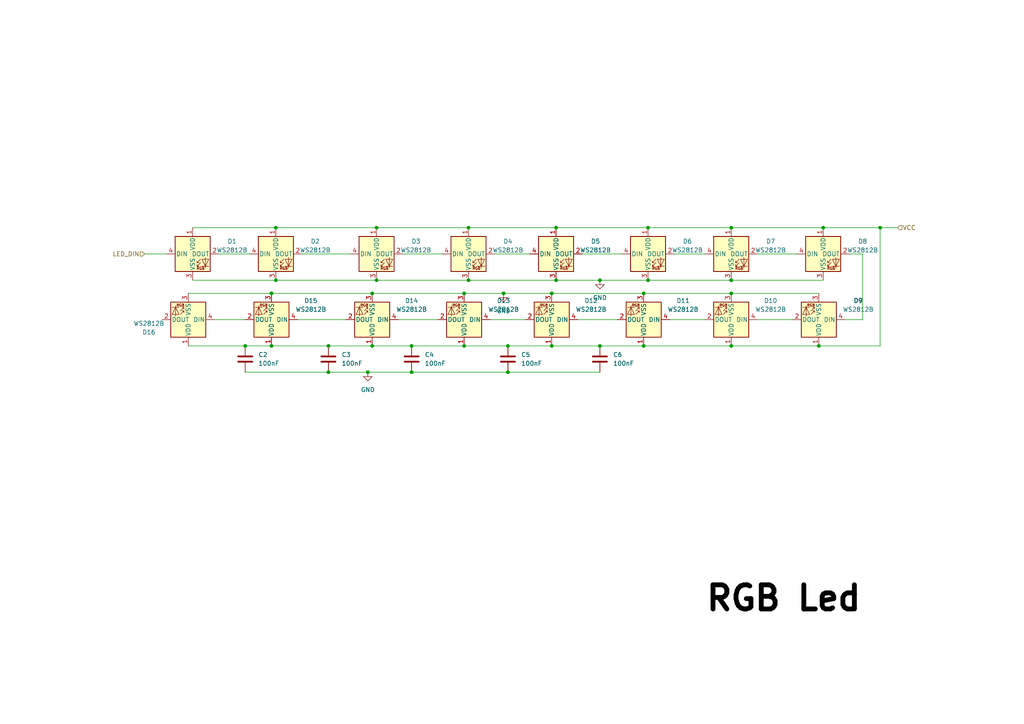
<source format=kicad_sch>
(kicad_sch (version 20230121) (generator eeschema)
  (paper "A4")
  (lib_symbols
    (symbol "Device:C" (pin_numbers hide) (pin_names (offset 0.254))
      (property "Reference" "C" (at 0.635 2.54 0))
      (property "Value" "C" (at 0.635 -2.54 0))
      (symbol "C_0_1"
        (polyline (pts (xy -2.032 -0.762) (xy 2.032 -0.762)) (stroke (width 0.508)))
        (polyline (pts (xy -2.032 0.762) (xy 2.032 0.762)) (stroke (width 0.508)))
      )
      (symbol "C_1_1"
        (pin passive line (at 0 3.81 270) (length 2.794) (name "~") (number "1"))
        (pin passive line (at 0 -3.81 90) (length 2.794) (name "~") (number "2"))
      )
    )
    (symbol "LED:WS2812B" (pin_names (offset 0.254))
      (property "Reference" "D" (at 5.08 5.715 0))
      (property "Value" "WS2812B" (at 1.27 -5.715 0))
      (symbol "WS2812B_0_0"
        (text "RGB" (at 2.286 -4.191 0) (effects (font (size 0.762 0.762))))
      )
      (symbol "WS2812B_0_1"
        (polyline (pts (xy 1.27 -3.556) (xy 1.778 -3.556)))
        (polyline (pts (xy 1.27 -2.54) (xy 1.778 -2.54)))
        (polyline (pts (xy 4.699 -3.556) (xy 2.667 -3.556)))
        (polyline (pts (xy 2.286 -2.54) (xy 1.27 -3.556) (xy 1.27 -3.048)))
        (polyline (pts (xy 2.286 -1.524) (xy 1.27 -2.54) (xy 1.27 -2.032)))
        (polyline (pts (xy 3.683 -1.016) (xy 3.683 -3.556) (xy 3.683 -4.064)))
        (polyline (pts (xy 4.699 -1.524) (xy 2.667 -1.524) (xy 3.683 -3.556) (xy 4.699 -1.524)))
        (rectangle (start 5.08 5.08) (end -5.08 -5.08) (stroke (width 0.254)) (fill (type background)))
      )
      (symbol "WS2812B_1_1"
        (pin power_in line (at 0 7.62 270) (length 2.54) (name "VDD") (number "1"))
        (pin output line (at 7.62 0 180) (length 2.54) (name "DOUT") (number "2"))
        (pin power_in line (at 0 -7.62 90) (length 2.54) (name "VSS") (number "3"))
        (pin input line (at -7.62 0 0) (length 2.54) (name "DIN") (number "4"))
      )
    )
    (symbol "power:GND" (power) (pin_names (offset 0))
      (property "Value" "GND" (at 0 -3.81 0))
      (symbol "GND_0_1"
        (polyline (pts (xy 0 0) (xy 0 -1.27) (xy 1.27 -1.27) (xy 0 -2.54) (xy -1.27 -1.27) (xy 0 -1.27)))
      )
      (symbol "GND_1_1"
        (pin power_in line (at 0 0 270) (length 0) hide (name "GND") (number "1"))
      )
    )
  )
  (junction (at 106.68 107.95))
  (junction (at 78.74 85.09))
  (junction (at 107.95 100.33))
  (junction (at 187.96 81.28))
  (junction (at 134.62 85.09))
  (junction (at 212.09 66.04))
  (junction (at 109.22 81.28))
  (junction (at 160.02 100.33))
  (junction (at 255.27 66.04))
  (junction (at 212.09 100.33))
  (junction (at 147.32 100.33))
  (junction (at 80.01 81.28))
  (junction (at 161.29 81.28))
  (junction (at 147.32 107.95))
  (junction (at 187.96 66.04))
  (junction (at 107.95 85.09))
  (junction (at 212.09 81.28))
  (junction (at 173.99 100.33))
  (junction (at 186.69 100.33))
  (junction (at 135.89 81.28))
  (junction (at 119.38 100.33))
  (junction (at 80.01 66.04))
  (junction (at 173.99 81.28))
  (junction (at 109.22 66.04))
  (junction (at 161.29 66.04))
  (junction (at 95.25 100.33))
  (junction (at 135.89 66.04))
  (junction (at 186.69 85.09))
  (junction (at 78.74 100.33))
  (junction (at 95.25 107.95))
  (junction (at 146.05 85.09))
  (junction (at 160.02 85.09))
  (junction (at 212.09 85.09))
  (junction (at 134.62 100.33))
  (junction (at 71.12 100.33))
  (junction (at 237.49 100.33))
  (junction (at 238.76 66.04))
  (junction (at 119.38 107.95))
  (wire (pts (xy 147.32 100.33) (xy 134.62 100.33)))
  (wire (pts (xy 54.61 85.09) (xy 78.74 85.09)))
  (wire (pts (xy 255.27 66.04) (xy 255.27 100.33)))
  (wire (pts (xy 255.27 100.33) (xy 237.49 100.33)))
  (wire (pts (xy 260.35 66.04) (xy 255.27 66.04)))
  (wire (pts (xy 106.68 107.95) (xy 119.38 107.95)))
  (wire (pts (xy 127 92.71) (xy 115.57 92.71)))
  (wire (pts (xy 80.01 66.04) (xy 109.22 66.04)))
  (wire (pts (xy 87.63 73.66) (xy 101.6 73.66)))
  (wire (pts (xy 195.58 73.66) (xy 204.47 73.66)))
  (wire (pts (xy 135.89 81.28) (xy 161.29 81.28)))
  (wire (pts (xy 78.74 85.09) (xy 107.95 85.09)))
  (wire (pts (xy 119.38 100.33) (xy 107.95 100.33)))
  (wire (pts (xy 135.89 66.04) (xy 161.29 66.04)))
  (wire (pts (xy 250.19 92.71) (xy 250.19 73.66)))
  (wire (pts (xy 134.62 100.33) (xy 119.38 100.33)))
  (wire (pts (xy 238.76 66.04) (xy 255.27 66.04)))
  (wire (pts (xy 173.99 100.33) (xy 160.02 100.33)))
  (wire (pts (xy 219.71 73.66) (xy 231.14 73.66)))
  (wire (pts (xy 212.09 85.09) (xy 186.69 85.09)))
  (wire (pts (xy 95.25 107.95) (xy 106.68 107.95)))
  (wire (pts (xy 212.09 66.04) (xy 238.76 66.04)))
  (wire (pts (xy 168.91 73.66) (xy 180.34 73.66)))
  (wire (pts (xy 161.29 66.04) (xy 187.96 66.04)))
  (wire (pts (xy 116.84 73.66) (xy 128.27 73.66)))
  (wire (pts (xy 80.01 81.28) (xy 109.22 81.28)))
  (wire (pts (xy 161.29 81.28) (xy 173.99 81.28)))
  (wire (pts (xy 54.61 100.33) (xy 71.12 100.33)))
  (wire (pts (xy 147.32 107.95) (xy 173.99 107.95)))
  (wire (pts (xy 160.02 100.33) (xy 147.32 100.33)))
  (wire (pts (xy 187.96 66.04) (xy 212.09 66.04)))
  (wire (pts (xy 186.69 85.09) (xy 160.02 85.09)))
  (wire (pts (xy 142.24 92.71) (xy 152.4 92.71)))
  (wire (pts (xy 186.69 100.33) (xy 173.99 100.33)))
  (wire (pts (xy 160.02 85.09) (xy 146.05 85.09)))
  (wire (pts (xy 167.64 92.71) (xy 179.07 92.71)))
  (wire (pts (xy 71.12 107.95) (xy 95.25 107.95)))
  (wire (pts (xy 146.05 85.09) (xy 134.62 85.09)))
  (wire (pts (xy 55.88 66.04) (xy 80.01 66.04)))
  (wire (pts (xy 63.5 73.66) (xy 72.39 73.66)))
  (wire (pts (xy 109.22 81.28) (xy 135.89 81.28)))
  (wire (pts (xy 41.91 73.66) (xy 48.26 73.66)))
  (wire (pts (xy 55.88 81.28) (xy 80.01 81.28)))
  (wire (pts (xy 71.12 100.33) (xy 78.74 100.33)))
  (wire (pts (xy 194.31 92.71) (xy 204.47 92.71)))
  (wire (pts (xy 78.74 100.33) (xy 95.25 100.33)))
  (wire (pts (xy 134.62 85.09) (xy 107.95 85.09)))
  (wire (pts (xy 237.49 85.09) (xy 212.09 85.09)))
  (wire (pts (xy 107.95 100.33) (xy 95.25 100.33)))
  (wire (pts (xy 119.38 107.95) (xy 147.32 107.95)))
  (wire (pts (xy 250.19 73.66) (xy 246.38 73.66)))
  (wire (pts (xy 173.99 81.28) (xy 187.96 81.28)))
  (wire (pts (xy 143.51 73.66) (xy 153.67 73.66)))
  (wire (pts (xy 245.11 92.71) (xy 250.19 92.71)))
  (wire (pts (xy 219.71 92.71) (xy 229.87 92.71)))
  (wire (pts (xy 109.22 66.04) (xy 135.89 66.04)))
  (wire (pts (xy 187.96 81.28) (xy 212.09 81.28)))
  (wire (pts (xy 212.09 100.33) (xy 186.69 100.33)))
  (wire (pts (xy 212.09 81.28) (xy 238.76 81.28)))
  (wire (pts (xy 86.36 92.71) (xy 100.33 92.71)))
  (wire (pts (xy 62.23 92.71) (xy 71.12 92.71)))
  (wire (pts (xy 237.49 100.33) (xy 212.09 100.33)))
  (text "RGB Led" (at 204.216 177.8 0) (effects (font (size 7 7) (thickness 1.4) bold) (justify left bottom)))
  (hierarchical_label "LED_DIN" (shape input) (at 41.91 73.66 180))
  (hierarchical_label "VCC" (shape input) (at 260.35 66.04 0))
  (symbol (lib_id "LED:WS2812B") (at 109.22 73.66 0) (unit 1)
    (property "Reference" "D3" (at 120.65 70.0121 0))
    (property "Value" "WS2812B" (at 120.65 72.5521 0))
    (property "Footprint" "LED_SMD:LED_WS2812B_PLCC4_5.0x5.0mm_P3.2mm" (effects hide))
    (property "Datasheet" "https://cdn-shop.adafruit.com/datasheets/WS2812B.pdf" (effects hide))
  )
  (symbol (lib_id "LED:WS2812B") (at 55.88 73.66 0) (unit 1)
    (property "Reference" "D1" (at 67.31 70.0121 0))
    (property "Value" "WS2812B" (at 67.31 72.5521 0))
    (property "Footprint" "LED_SMD:LED_WS2812B_PLCC4_5.0x5.0mm_P3.2mm" (effects hide))
    (property "Datasheet" "https://cdn-shop.adafruit.com/datasheets/WS2812B.pdf" (effects hide))
  )
  (symbol (lib_id "Device:C") (at 71.12 104.14 0) (unit 1)
    (property "Reference" "C2" (at 74.93 102.87 0) (effects (justify left)))
    (property "Value" "100nF" (at 74.93 105.41 0) (effects (justify left)))
    (property "Footprint" "Capacitor_SMD:C_0805_2012Metric" (effects hide))
  )
  (symbol (lib_id "LED:WS2812B") (at 80.01 73.66 0) (unit 1)
    (property "Reference" "D2" (at 91.44 70.0121 0))
    (property "Value" "WS2812B" (at 91.44 72.5521 0))
    (property "Footprint" "LED_SMD:LED_WS2812B_PLCC4_5.0x5.0mm_P3.2mm" (effects hide))
    (property "Datasheet" "https://cdn-shop.adafruit.com/datasheets/WS2812B.pdf" (effects hide))
  )
  (symbol (lib_id "LED:WS2812B") (at 135.89 73.66 0) (unit 1)
    (property "Reference" "D4" (at 147.32 70.0121 0))
    (property "Value" "WS2812B" (at 147.32 72.5521 0))
    (property "Footprint" "LED_SMD:LED_WS2812B_PLCC4_5.0x5.0mm_P3.2mm" (effects hide))
    (property "Datasheet" "https://cdn-shop.adafruit.com/datasheets/WS2812B.pdf" (effects hide))
  )
  (symbol (lib_id "Device:C") (at 173.99 104.14 0) (unit 1)
    (property "Reference" "C6" (at 177.8 102.87 0) (effects (justify left)))
    (property "Value" "100nF" (at 177.8 105.41 0) (effects (justify left)))
    (property "Footprint" "Capacitor_SMD:C_0805_2012Metric" (effects hide))
  )
  (symbol (lib_id "LED:WS2812B") (at 187.96 73.66 0) (unit 1)
    (property "Reference" "D6" (at 199.39 70.0121 0))
    (property "Value" "WS2812B" (at 199.39 72.5521 0))
    (property "Footprint" "LED_SMD:LED_WS2812B_PLCC4_5.0x5.0mm_P3.2mm" (effects hide))
    (property "Datasheet" "https://cdn-shop.adafruit.com/datasheets/WS2812B.pdf" (effects hide))
  )
  (symbol (lib_id "LED:WS2812B") (at 161.29 73.66 0) (unit 1)
    (property "Reference" "D5" (at 172.72 70.0121 0))
    (property "Value" "WS2812B" (at 172.72 72.5521 0))
    (property "Footprint" "LED_SMD:LED_WS2812B_PLCC4_5.0x5.0mm_P3.2mm" (effects hide))
    (property "Datasheet" "https://cdn-shop.adafruit.com/datasheets/WS2812B.pdf" (effects hide))
  )
  (symbol (lib_id "LED:WS2812B") (at 186.69 92.71 180) (unit 1)
    (property "Reference" "D11" (at 198.12 87.2139 0))
    (property "Value" "WS2812B" (at 198.12 89.7539 0))
    (property "Footprint" "LED_SMD:LED_WS2812B_PLCC4_5.0x5.0mm_P3.2mm" (effects hide))
    (property "Datasheet" "https://cdn-shop.adafruit.com/datasheets/WS2812B.pdf" (effects hide))
  )
  (symbol (lib_id "Device:C") (at 95.25 104.14 0) (unit 1)
    (property "Reference" "C3" (at 99.06 102.87 0) (effects (justify left)))
    (property "Value" "100nF" (at 99.06 105.41 0) (effects (justify left)))
    (property "Footprint" "Capacitor_SMD:C_0805_2012Metric" (effects hide))
  )
  (symbol (lib_id "LED:WS2812B") (at 212.09 92.71 180) (unit 1)
    (property "Reference" "D10" (at 223.52 87.2139 0))
    (property "Value" "WS2812B" (at 223.52 89.7539 0))
    (property "Footprint" "LED_SMD:LED_WS2812B_PLCC4_5.0x5.0mm_P3.2mm" (effects hide))
    (property "Datasheet" "https://cdn-shop.adafruit.com/datasheets/WS2812B.pdf" (effects hide))
  )
  (symbol (lib_id "LED:WS2812B") (at 134.62 92.71 180) (unit 1)
    (property "Reference" "D13" (at 146.05 87.2139 0))
    (property "Value" "WS2812B" (at 146.05 89.7539 0))
    (property "Footprint" "LED_SMD:LED_WS2812B_PLCC4_5.0x5.0mm_P3.2mm" (effects hide))
    (property "Datasheet" "https://cdn-shop.adafruit.com/datasheets/WS2812B.pdf" (effects hide))
  )
  (symbol (lib_id "LED:WS2812B") (at 107.95 92.71 180) (unit 1)
    (property "Reference" "D14" (at 119.38 87.2139 0))
    (property "Value" "WS2812B" (at 119.38 89.7539 0))
    (property "Footprint" "LED_SMD:LED_WS2812B_PLCC4_5.0x5.0mm_P3.2mm" (effects hide))
    (property "Datasheet" "https://cdn-shop.adafruit.com/datasheets/WS2812B.pdf" (effects hide))
  )
  (symbol (lib_id "LED:WS2812B") (at 54.61 92.71 180) (unit 1)
    (property "Reference" "D16" (at 43.18 96.3579 0))
    (property "Value" "WS2812B" (at 43.18 93.8179 0))
    (property "Footprint" "LED_SMD:LED_WS2812B_PLCC4_5.0x5.0mm_P3.2mm" (effects hide))
    (property "Datasheet" "https://cdn-shop.adafruit.com/datasheets/WS2812B.pdf" (effects hide))
  )
  (symbol (lib_id "power:GND") (at 106.68 107.95 0) (unit 1)
    (property "Reference" "#PWR02" (effects hide))
    (property "Value" "GND" (at 106.68 113.03 0))
  )
  (symbol (lib_id "LED:WS2812B") (at 237.49 92.71 180) (unit 1)
    (property "Reference" "D9" (at 248.92 87.2139 0) (effects (font bold)))
    (property "Value" "WS2812B" (at 248.92 89.7539 0))
    (property "Footprint" "LED_SMD:LED_WS2812B_PLCC4_5.0x5.0mm_P3.2mm" (effects hide))
    (property "Datasheet" "https://cdn-shop.adafruit.com/datasheets/WS2812B.pdf" (effects hide))
  )
  (symbol (lib_id "power:GND") (at 146.05 85.09 0) (unit 1)
    (property "Reference" "#PWR03" (effects hide))
    (property "Value" "GND" (at 146.05 90.17 0))
  )
  (symbol (lib_id "Device:C") (at 147.32 104.14 0) (unit 1)
    (property "Reference" "C5" (at 151.13 102.87 0) (effects (justify left)))
    (property "Value" "100nF" (at 151.13 105.41 0) (effects (justify left)))
    (property "Footprint" "Capacitor_SMD:C_0805_2012Metric" (effects hide))
  )
  (symbol (lib_id "LED:WS2812B") (at 238.76 73.66 0) (unit 1)
    (property "Reference" "D8" (at 250.19 70.0121 0))
    (property "Value" "WS2812B" (at 250.19 72.5521 0))
    (property "Footprint" "LED_SMD:LED_WS2812B_PLCC4_5.0x5.0mm_P3.2mm" (effects hide))
    (property "Datasheet" "https://cdn-shop.adafruit.com/datasheets/WS2812B.pdf" (effects hide))
  )
  (symbol (lib_id "power:GND") (at 173.99 81.28 0) (unit 1)
    (property "Reference" "#PWR011" (effects hide))
    (property "Value" "GND" (at 173.99 86.36 0))
  )
  (symbol (lib_id "LED:WS2812B") (at 212.09 73.66 0) (unit 1)
    (property "Reference" "D7" (at 223.52 70.0121 0))
    (property "Value" "WS2812B" (at 223.52 72.5521 0))
    (property "Footprint" "LED_SMD:LED_WS2812B_PLCC4_5.0x5.0mm_P3.2mm" (effects hide))
    (property "Datasheet" "https://cdn-shop.adafruit.com/datasheets/WS2812B.pdf" (effects hide))
  )
  (symbol (lib_id "LED:WS2812B") (at 78.74 92.71 180) (unit 1)
    (property "Reference" "D15" (at 90.17 87.2139 0))
    (property "Value" "WS2812B" (at 90.17 89.7539 0))
    (property "Footprint" "LED_SMD:LED_WS2812B_PLCC4_5.0x5.0mm_P3.2mm" (effects hide))
    (property "Datasheet" "https://cdn-shop.adafruit.com/datasheets/WS2812B.pdf" (effects hide))
  )
  (symbol (lib_id "Device:C") (at 119.38 104.14 0) (unit 1)
    (property "Reference" "C4" (at 123.19 102.87 0) (effects (justify left)))
    (property "Value" "100nF" (at 123.19 105.41 0) (effects (justify left)))
    (property "Footprint" "Capacitor_SMD:C_0805_2012Metric" (effects hide))
  )
  (symbol (lib_id "LED:WS2812B") (at 160.02 92.71 180) (unit 1)
    (property "Reference" "D12" (at 171.45 87.2139 0))
    (property "Value" "WS2812B" (at 171.45 89.7539 0))
    (property "Footprint" "LED_SMD:LED_WS2812B_PLCC4_5.0x5.0mm_P3.2mm" (effects hide))
    (property "Datasheet" "https://cdn-shop.adafruit.com/datasheets/WS2812B.pdf" (effects hide))
  )
)
</source>
